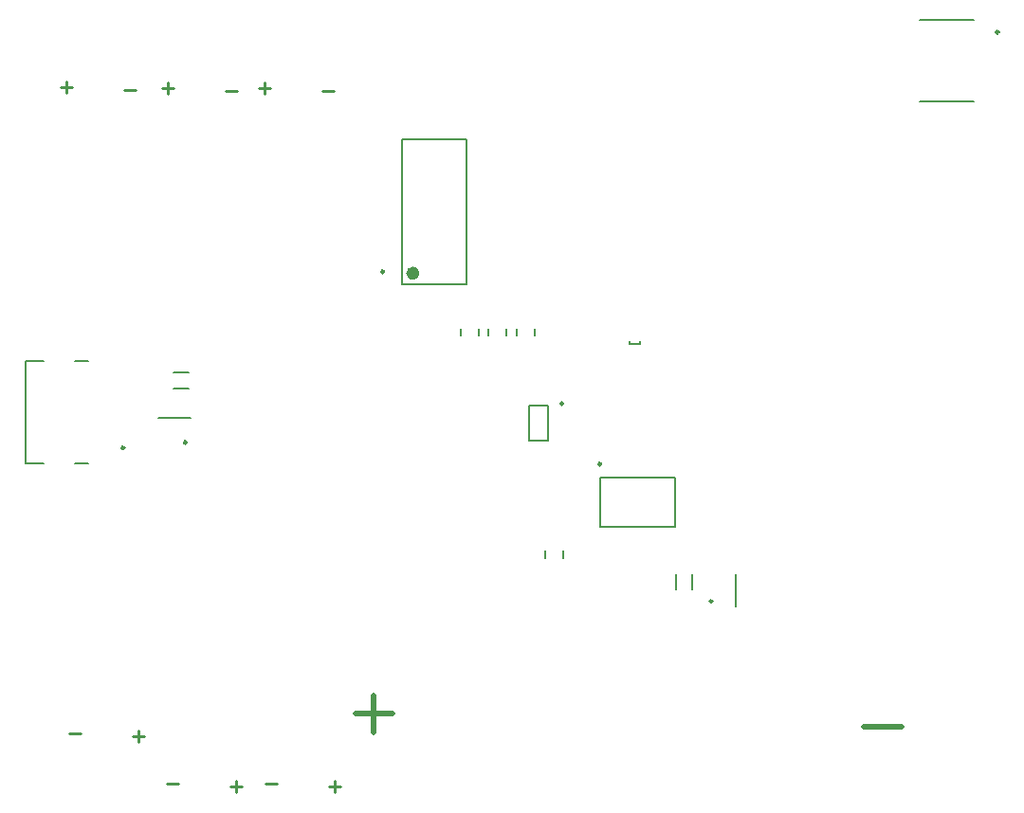
<source format=gbo>
G04*
G04 #@! TF.GenerationSoftware,Altium Limited,Altium Designer,22.1.2 (22)*
G04*
G04 Layer_Color=32896*
%FSLAX44Y44*%
%MOMM*%
G71*
G04*
G04 #@! TF.SameCoordinates,580B55D7-DBA2-4C77-87B0-4A933D30A280*
G04*
G04*
G04 #@! TF.FilePolarity,Positive*
G04*
G01*
G75*
%ADD10C,0.2500*%
%ADD11C,0.1000*%
%ADD12C,0.6000*%
%ADD13C,0.2000*%
%ADD14C,0.2540*%
%ADD106C,0.5080*%
D10*
X855848Y699400D02*
G03*
X855848Y699400I-1250J0D01*
G01*
X74900Y327988D02*
G03*
X74900Y327988I-1250J0D01*
G01*
X466865Y367434D02*
G03*
X466865Y367434I-1250J0D01*
G01*
X130592Y332734D02*
G03*
X130592Y332734I-1250J0D01*
G01*
X600234Y190920D02*
G03*
X600234Y190920I-1250J0D01*
G01*
X306868Y485448D02*
G03*
X306868Y485448I-1250J0D01*
G01*
X500750Y313500D02*
G03*
X500750Y313500I-1250J0D01*
G01*
D11*
X552115Y226874D02*
G03*
X552115Y226874I-500J0D01*
G01*
D12*
X335618Y483898D02*
G03*
X335618Y483898I-3000J0D01*
G01*
D13*
X784948Y637700D02*
X833249D01*
X784948Y710300D02*
X833249D01*
X30500Y314300D02*
X42300D01*
X-13250D02*
X3000D01*
X-13250D02*
Y405700D01*
X30500D02*
X42300D01*
X-13250D02*
X3000D01*
X453115Y334434D02*
Y365434D01*
X436115Y334434D02*
Y365434D01*
X453115D01*
X436115Y334434D02*
X453115D01*
X134092Y354501D02*
Y355049D01*
X105092Y354501D02*
X134092D01*
X105092D02*
Y355049D01*
X134092D01*
X620752Y186170D02*
X621300D01*
X620752D02*
Y215170D01*
X621300D01*
Y186170D02*
Y215170D01*
X118595Y381130D02*
X132595D01*
X118595Y395630D02*
X132595D01*
X567750Y201330D02*
Y215330D01*
X582250Y201330D02*
Y215330D01*
X415854Y428054D02*
Y434528D01*
X399854Y428054D02*
Y434528D01*
X391618Y428054D02*
Y434528D01*
X375617Y428054D02*
Y434528D01*
X441618Y428054D02*
Y434528D01*
X425617Y428054D02*
Y434528D01*
X322617Y473898D02*
Y603898D01*
X380618Y473898D02*
Y603898D01*
X322617Y473898D02*
X380618D01*
X322617Y603898D02*
X380618D01*
X525868Y420653D02*
X535868D01*
X525868D02*
Y423654D01*
X535868Y420653D02*
Y423654D01*
X466750Y229500D02*
Y236500D01*
X450750Y229500D02*
Y236500D01*
X566500Y257000D02*
Y301000D01*
X499500Y257000D02*
Y301000D01*
Y257000D02*
X566500D01*
X499500Y301000D02*
X566500D01*
D14*
X35920Y72618D02*
X25763D01*
X92640Y70376D02*
X82484D01*
X87562Y75455D02*
Y65298D01*
X123106Y27540D02*
X112949D01*
X179826Y25298D02*
X169670D01*
X174748Y30377D02*
Y20220D01*
X210867Y27540D02*
X200710D01*
X267588Y25298D02*
X257431D01*
X262509Y30377D02*
Y20220D01*
X74601Y647960D02*
X84758D01*
X17881Y650202D02*
X28037D01*
X22959Y645123D02*
Y655280D01*
X165351Y646800D02*
X175508D01*
X108630Y649042D02*
X118787D01*
X113709Y643963D02*
Y654120D01*
X251754Y646800D02*
X261911D01*
X195033Y649042D02*
X205190D01*
X200111Y643963D02*
Y654120D01*
D106*
X768890Y78700D02*
X735567D01*
X314476Y90226D02*
X281154D01*
X297815Y73565D02*
Y106887D01*
M02*

</source>
